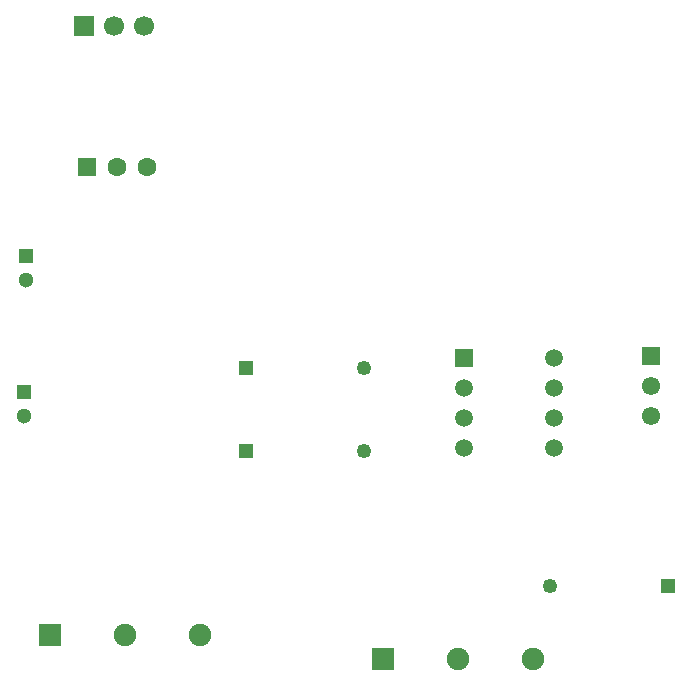
<source format=gtl>
G04*
G04 #@! TF.GenerationSoftware,Altium Limited,Altium Designer,23.2.1 (34)*
G04*
G04 Layer_Physical_Order=1*
G04 Layer_Color=255*
%FSLAX44Y44*%
%MOMM*%
G71*
G04*
G04 #@! TF.SameCoordinates,851AC272-0A9D-4C73-9226-38D0B36C9836*
G04*
G04*
G04 #@! TF.FilePolarity,Positive*
G04*
G01*
G75*
%ADD20C,1.3000*%
%ADD21R,1.3000X1.3000*%
%ADD22C,1.2500*%
%ADD23R,1.2500X1.2500*%
%ADD28R,1.5500X1.5500*%
%ADD29C,1.5500*%
%ADD30C,1.6000*%
%ADD31R,1.6000X1.6000*%
%ADD32C,1.7000*%
%ADD33R,1.7000X1.7000*%
%ADD34R,1.5000X1.5000*%
%ADD35C,1.5000*%
%ADD36C,1.9000*%
%ADD37R,1.9000X1.9000*%
D20*
X586740Y970440D02*
D03*
X585470Y855030D02*
D03*
D21*
X586740Y990440D02*
D03*
X585470Y875030D02*
D03*
D22*
X872960Y895350D02*
D03*
Y825500D02*
D03*
X1030770Y711200D02*
D03*
D23*
X772960Y895350D02*
D03*
Y825500D02*
D03*
X1130770Y711200D02*
D03*
D28*
X1116330Y905510D02*
D03*
D29*
Y880110D02*
D03*
Y854710D02*
D03*
D30*
X689610Y1065530D02*
D03*
X664210D02*
D03*
D31*
X638810D02*
D03*
D32*
X687070Y1184910D02*
D03*
X661670D02*
D03*
D33*
X636270D02*
D03*
D34*
X957580Y904240D02*
D03*
D35*
Y878840D02*
D03*
Y853440D02*
D03*
Y828040D02*
D03*
X1033780Y904240D02*
D03*
Y878840D02*
D03*
Y853440D02*
D03*
Y828040D02*
D03*
D36*
X952500Y648970D02*
D03*
X1016000D02*
D03*
X670560Y669290D02*
D03*
X734060D02*
D03*
D37*
X889000Y648970D02*
D03*
X607060Y669290D02*
D03*
M02*

</source>
